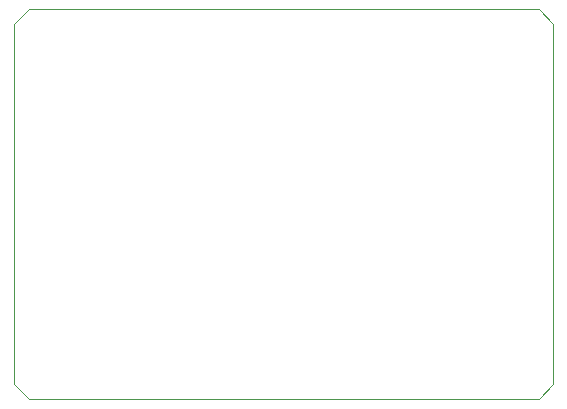
<source format=gbr>
G75*
%MOIN*%
%OFA0B0*%
%FSLAX24Y24*%
%IPPOS*%
%LPD*%
%AMOC8*
5,1,8,0,0,1.08239X$1,22.5*
%
%ADD10C,0.0000*%
D10*
X000150Y000650D02*
X000650Y000150D01*
X017650Y000150D01*
X018142Y000642D01*
X018142Y012658D01*
X017650Y013150D01*
X000650Y013150D01*
X000150Y012650D01*
X000150Y000650D01*
M02*

</source>
